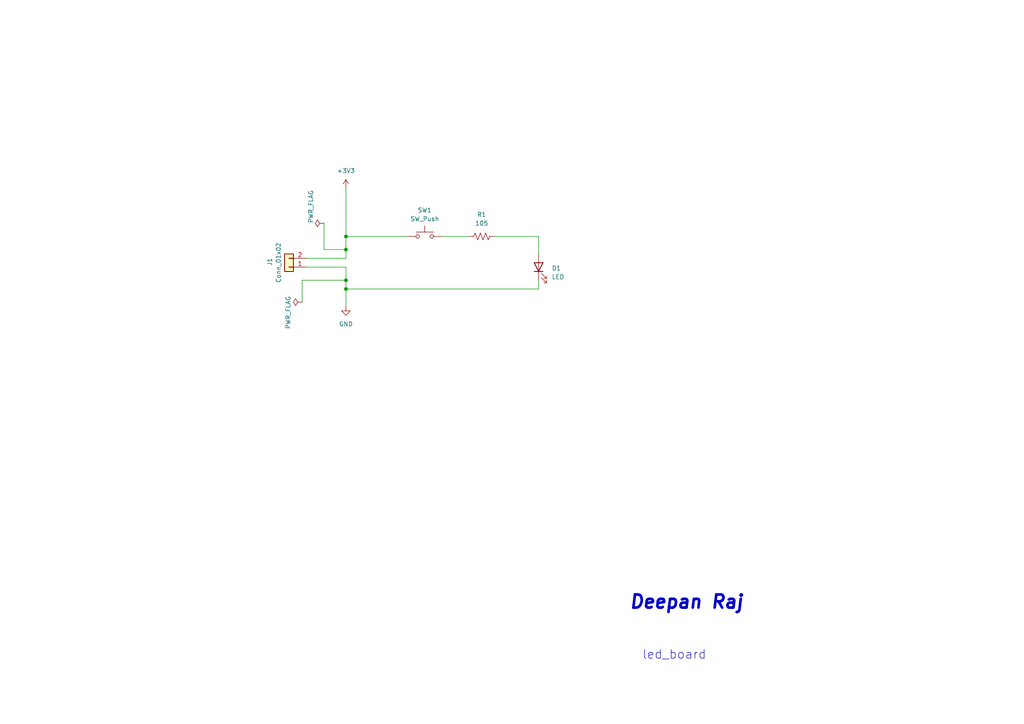
<source format=kicad_sch>
(kicad_sch (version 20231120) (generator "eeschema") (generator_version "8.0")
  (paper "A4")
  (lib_symbols
    (symbol "Connector_Generic:Conn_01x02" (pin_names (offset 1.016) hide)
      (property "Reference" "J" (at 0 2.54 0))
      (property "Value" "Conn_01x02" (at 0 -5.08 0))
      (symbol "Conn_01x02_1_1"
        (rectangle (start -1.27 -2.413) (end 0 -2.667) (stroke (width 0.1524)))
        (rectangle (start -1.27 0.127) (end 0 -0.127) (stroke (width 0.1524)))
        (rectangle (start -1.27 1.27) (end 1.27 -3.81) (stroke (width 0.254)) (fill (type background)))
        (pin passive line (at -5.08 0 0) (length 3.81) (name "Pin_1") (number "1"))
        (pin passive line (at -5.08 -2.54 0) (length 3.81) (name "Pin_2") (number "2"))
      )
    )
    (symbol "Device:LED" (pin_numbers hide) (pin_names (offset 1.016) hide)
      (property "Reference" "D" (at 0 2.54 0))
      (property "Value" "LED" (at 0 -2.54 0))
      (symbol "LED_0_1"
        (polyline (pts (xy -1.27 -1.27) (xy -1.27 1.27)) (stroke (width 0.254)))
        (polyline (pts (xy -1.27 0) (xy 1.27 0)))
        (polyline (pts (xy 1.27 -1.27) (xy 1.27 1.27) (xy -1.27 0) (xy 1.27 -1.27)) (stroke (width 0.254)))
        (polyline (pts (xy -3.048 -0.762) (xy -4.572 -2.286) (xy -3.81 -2.286) (xy -4.572 -2.286) (xy -4.572 -1.524)))
        (polyline (pts (xy -1.778 -0.762) (xy -3.302 -2.286) (xy -2.54 -2.286) (xy -3.302 -2.286) (xy -3.302 -1.524)))
      )
      (symbol "LED_1_1"
        (pin passive line (at -3.81 0 0) (length 2.54) (name "K") (number "1"))
        (pin passive line (at 3.81 0 180) (length 2.54) (name "A") (number "2"))
      )
    )
    (symbol "Device:R_US" (pin_numbers hide) (pin_names (offset 0))
      (property "Reference" "R" (at 2.54 0 90))
      (property "Value" "R_US" (at -2.54 0 90))
      (symbol "R_US_0_1"
        (polyline (pts (xy 0 -2.286) (xy 0 -2.54)))
        (polyline (pts (xy 0 2.286) (xy 0 2.54)))
        (polyline (pts (xy 0 -0.762) (xy 1.016 -1.143) (xy 0 -1.524) (xy -1.016 -1.905) (xy 0 -2.286)))
        (polyline (pts (xy 0 0.762) (xy 1.016 0.381) (xy 0 0) (xy -1.016 -0.381) (xy 0 -0.762)))
        (polyline (pts (xy 0 2.286) (xy 1.016 1.905) (xy 0 1.524) (xy -1.016 1.143) (xy 0 0.762)))
      )
      (symbol "R_US_1_1"
        (pin passive line (at 0 3.81 270) (length 1.27) (name "~") (number "1"))
        (pin passive line (at 0 -3.81 90) (length 1.27) (name "~") (number "2"))
      )
    )
    (symbol "Switch:SW_Push" (pin_numbers hide) (pin_names (offset 1.016) hide)
      (property "Reference" "SW" (at 1.27 2.54 0))
      (property "Value" "SW_Push" (at 0 -1.524 0))
      (symbol "SW_Push_0_1"
        (circle (center -2.032 0) (radius 0.508))
        (polyline (pts (xy 0 1.27) (xy 0 3.048)))
        (polyline (pts (xy 2.54 1.27) (xy -2.54 1.27)))
        (circle (center 2.032 0) (radius 0.508))
        (pin passive line (at -5.08 0 0) (length 2.54) (name "1") (number "1"))
        (pin passive line (at 5.08 0 180) (length 2.54) (name "2") (number "2"))
      )
    )
    (symbol "power:+3V3" (power) (pin_names (offset 0))
      (property "Value" "+3V3" (at 0 3.556 0))
      (symbol "+3V3_0_1"
        (polyline (pts (xy -0.762 1.27) (xy 0 2.54)))
        (polyline (pts (xy 0 0) (xy 0 2.54)))
        (polyline (pts (xy 0 2.54) (xy 0.762 1.27)))
      )
      (symbol "+3V3_1_1"
        (pin power_in line (at 0 0 90) (length 0) hide (name "+3V3") (number "1"))
      )
    )
    (symbol "power:GND" (power) (pin_names (offset 0))
      (property "Value" "GND" (at 0 -3.81 0))
      (symbol "GND_0_1"
        (polyline (pts (xy 0 0) (xy 0 -1.27) (xy 1.27 -1.27) (xy 0 -2.54) (xy -1.27 -1.27) (xy 0 -1.27)))
      )
      (symbol "GND_1_1"
        (pin power_in line (at 0 0 270) (length 0) hide (name "GND") (number "1"))
      )
    )
    (symbol "power:PWR_FLAG" (power) (pin_numbers hide) (pin_names (offset 0) hide)
      (property "Value" "PWR_FLAG" (at 0 3.81 0))
      (symbol "PWR_FLAG_0_0"
        (pin power_out line (at 0 0 90) (length 0) (name "pwr") (number "1"))
      )
      (symbol "PWR_FLAG_0_1"
        (polyline (pts (xy 0 0) (xy 0 1.27) (xy -1.016 1.905) (xy 0 2.54) (xy 1.016 1.905) (xy 0 1.27)))
      )
    )
  )
  (junction (at 100.33 81.28))
  (junction (at 100.33 83.82))
  (junction (at 100.33 68.58))
  (junction (at 100.33 72.39))
  (wire (pts (xy 100.33 77.47) (xy 100.33 81.28)))
  (wire (pts (xy 88.9 74.93) (xy 100.33 74.93)))
  (wire (pts (xy 87.63 81.28) (xy 100.33 81.28)))
  (wire (pts (xy 93.98 72.39) (xy 100.33 72.39)))
  (wire (pts (xy 100.33 83.82) (xy 156.21 83.82)))
  (wire (pts (xy 100.33 68.58) (xy 118.11 68.58)))
  (wire (pts (xy 100.33 83.82) (xy 100.33 88.9)))
  (wire (pts (xy 100.33 74.93) (xy 100.33 72.39)))
  (wire (pts (xy 88.9 77.47) (xy 100.33 77.47)))
  (wire (pts (xy 100.33 72.39) (xy 100.33 68.58)))
  (wire (pts (xy 87.63 87.63) (xy 87.63 81.28)))
  (wire (pts (xy 128.27 68.58) (xy 135.89 68.58)))
  (wire (pts (xy 156.21 68.58) (xy 156.21 73.66)))
  (wire (pts (xy 93.98 64.77) (xy 93.98 72.39)))
  (wire (pts (xy 100.33 81.28) (xy 100.33 83.82)))
  (wire (pts (xy 156.21 81.28) (xy 156.21 83.82)))
  (wire (pts (xy 143.51 68.58) (xy 156.21 68.58)))
  (wire (pts (xy 100.33 54.61) (xy 100.33 68.58)))
  (text "Deepan Raj" (at 199.136 174.752 0) (effects (font (size 3.81 3.81) (thickness 0.762) (bold yes) (italic yes))))
  (text "led_board\n" (at 195.58 189.992 0) (effects (font (size 2.54 2.54))))
  (symbol (lib_id "Switch:SW_Push") (at 123.19 68.58 0) (unit 1)
    (property "Reference" "SW1" (at 123.19 60.96 0))
    (property "Value" "SW_Push" (at 123.19 63.5 0))
    (property "Footprint" "Button_Switch_SMD:SW_DIP_SPSTx01_Slide_6.7x4.1mm_W8.61mm_P2.54mm_LowProfile" (effects (hide yes)))
    (property "Datasheet" "https://www.youtube.com/redirect?event=video_description&redir_token=QUFFLUhqazBMT3R4YzNWVFN0TW5YVmtZX2xuRjFGUmdKZ3xBQ3Jtc0tuVk9zY3RLN3FrdlU2ZGdSWnRtZk04anhfVUdLSS1SdW8zWl8tU1RmUDJ4UDJfUjAyTDlLX1NWOEVDY1JsU3o4dGZjeVJPdTZSVnRQQVFyRVFZWHNiMTJlald5Y2hnT2FTVjR0NEltZzYxSFBQektfVQ&q=https%3A%2F%2Fwww.molex.com%2Fpdm_docs%2Fsd%2F022272021_sd.pdf&v=MJEWDFNcRlM" (effects (hide yes)))
    (property "Description" "Push button switch, generic, two pins" (effects (hide yes)))
  )
  (symbol (lib_id "Device:R_US") (at 139.7 68.58 90) (unit 1)
    (property "Reference" "R1" (at 139.7 62.23 90))
    (property "Value" "105" (at 139.7 64.77 90))
    (property "Footprint" "Resistor_SMD:R_0603_1608Metric_Pad0.98x0.95mm_HandSolder" (effects (hide yes)))
    (property "Description" "Resistor, US symbol" (effects (hide yes)))
  )
  (symbol (lib_id "power:+3V3") (at 100.33 54.61 0) (unit 1)
    (property "Reference" "#PWR1" (effects (hide yes)))
    (property "Value" "+3V3" (at 100.33 49.53 0))
    (property "Description" "Power symbol creates a global label with name \"+3V3\"" (effects (hide yes)))
  )
  (symbol (lib_id "Connector_Generic:Conn_01x02") (at 83.82 77.47 180) (unit 1)
    (property "Reference" "J1" (at 78.232 75.946 90))
    (property "Value" "Conn_01x02" (at 80.772 76.2 90))
    (property "Footprint" "Connector_Molex:Molex_KK-254_AE-6410-02A_1x02_P2.54mm_Vertical" (effects (hide yes)))
    (property "Datasheet" "https://www.youtube.com/redirect?event=video_description&redir_token=QUFFLUhqazBMT3R4YzNWVFN0TW5YVmtZX2xuRjFGUmdKZ3xBQ3Jtc0tuVk9zY3RLN3FrdlU2ZGdSWnRtZk04anhfVUdLSS1SdW8zWl8tU1RmUDJ4UDJfUjAyTDlLX1NWOEVDY1JsU3o4dGZjeVJPdTZSVnRQQVFyRVFZWHNiMTJlald5Y2hnT2FTVjR0NEltZzYxSFBQektfVQ&q=https%3A%2F%2Fwww.molex.com%2Fpdm_docs%2Fsd%2F022272021_sd.pdf&v=MJEWDFNcRlM" (effects (hide yes)))
    (property "Description" "Generic connector, single row, 01x02, script generated (kicad-library-utils/schlib/autogen/connector/)" (effects (hide yes)))
  )
  (symbol (lib_id "power:GND") (at 100.33 88.9 0) (unit 1)
    (property "Reference" "#PWR2" (effects (hide yes)))
    (property "Value" "GND" (at 100.33 93.98 0))
    (property "Description" "Power symbol creates a global label with name \"GND\" , ground" (effects (hide yes)))
  )
  (symbol (lib_id "Device:LED") (at 156.21 77.47 90) (unit 1)
    (property "Reference" "D1" (at 160.02 77.7874 90) (effects (justify right)))
    (property "Value" "LED" (at 160.02 80.3274 90) (effects (justify right)))
    (property "Footprint" "LED_THT:LED_D10.0mm-3" (effects (hide yes)))
    (property "Description" "Light emitting diode" (effects (hide yes)))
  )
  (symbol (lib_id "power:PWR_FLAG") (at 87.63 87.63 90) (unit 1)
    (property "Reference" "#FLG2" (effects (hide yes)))
    (property "Value" "PWR_FLAG" (at 83.566 95.504 0) (effects (justify left)))
    (property "Description" "Special symbol for telling ERC where power comes from" (effects (hide yes)))
  )
  (symbol (lib_id "power:PWR_FLAG") (at 93.98 64.77 90) (unit 1)
    (property "Reference" "#FLG1" (effects (hide yes)))
    (property "Value" "PWR_FLAG" (at 90.17 64.7699 0) (effects (justify left)))
    (property "Description" "Special symbol for telling ERC where power comes from" (effects (hide yes)))
  )
)
</source>
